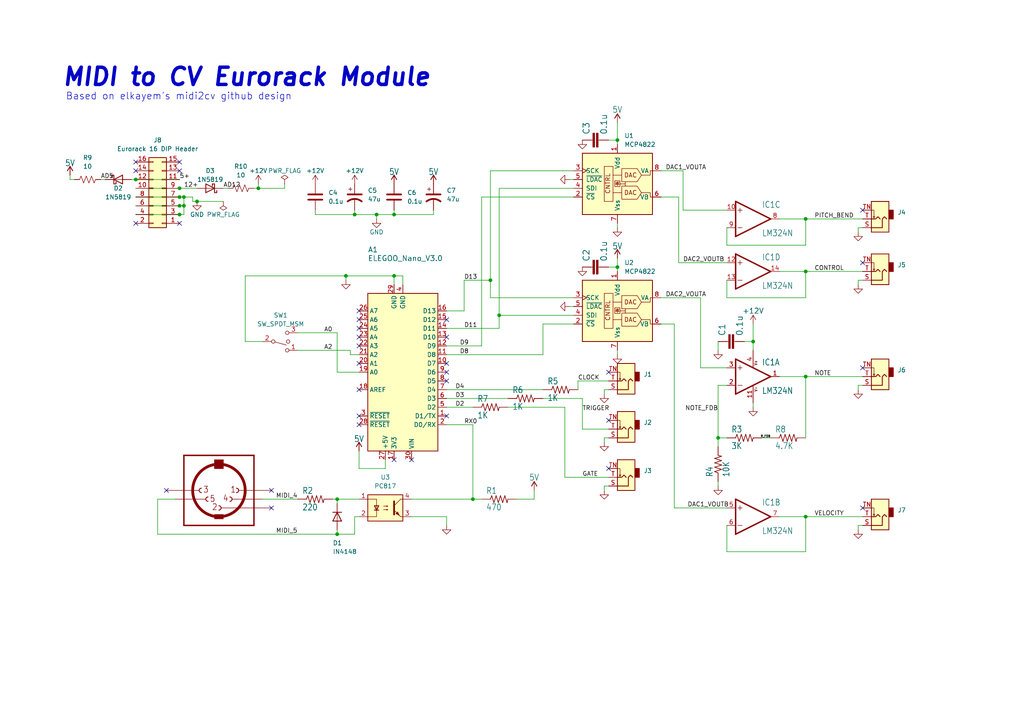
<source format=kicad_sch>
(kicad_sch (version 20230121) (generator eeschema)
  (paper "A4")
  (title_block (title "MIDI to CV Eurorack Module") (date "2022-10-07") (rev "0.2") (company "Joshua Turnipseed"))
  (lib_symbols
    (symbol "Analog_DAC:MCP4822" (pin_names (offset 1.016))
      (property "Reference" "U" (at -2.54 10.795 0))
      (property "Value" "MCP4822" (at -2.54 8.89 0))
      (symbol "MCP4822_0_0"
        (text "CNTRL" (at -2.032 -4.191 900) (effects (font (size 1.27 1.27)) (justify left bottom)))
        (text "DAC" (at 3.81 -3.81 0) (effects (font (size 1.27 1.27))))
        (text "DAC" (at 3.81 1.27 0) (effects (font (size 1.27 1.27))))
      )
      (symbol "MCP4822_1_1"
        (pin power_in line (at 0 10.16 270) (length 2.54) (name "Vdd") (number "1"))
        (pin input line (at -12.7 -5.08 0) (length 2.54) (name "~{CS}") (number "2"))
        (pin input clock (at -12.7 2.54 0) (length 2.54) (name "SCK") (number "3"))
        (pin input line (at -12.7 -2.54 0) (length 2.54) (name "SDI") (number "4"))
        (pin input line (at -12.7 0 0) (length 2.54) (name "~{LDAC}") (number "5"))
        (pin output line (at 12.7 -5.08 180) (length 2.54) (name "VB") (number "6"))
        (pin power_in line (at 0 -12.7 90) (length 2.54) (name "Vss") (number "7"))
        (pin output line (at 12.7 2.54 180) (length 2.54) (name "VA") (number "8"))
      )
    )
    (symbol "Connector:AudioJack2_SwitchT"
      (property "Reference" "J" (at 0 8.89 0))
      (property "Value" "AudioJack2_SwitchT" (at 0 6.35 0))
      (symbol "AudioJack2_SwitchT_1_1"
        (pin passive line (at 5.08 2.54 180) (length 2.54) (name "~") (number "S"))
        (pin passive line (at 5.08 0 180) (length 2.54) (name "~") (number "T"))
        (pin passive line (at 5.08 -2.54 180) (length 2.54) (name "~") (number "TN"))
      )
    )
    (symbol "Connector_Generic:Conn_02x08_Odd_Even" (pin_names (offset 1.016) hide)
      (property "Reference" "J" (at 1.27 10.16 0))
      (property "Value" "Conn_02x08_Odd_Even" (at 1.27 -12.7 0))
      (symbol "Conn_02x08_Odd_Even_1_1"
        (pin passive line (at -5.08 7.62 0) (length 3.81) (name "Pin_1") (number "1"))
        (pin passive line (at 7.62 -2.54 180) (length 3.81) (name "Pin_10") (number "10"))
        (pin passive line (at -5.08 -5.08 0) (length 3.81) (name "Pin_11") (number "11"))
        (pin passive line (at 7.62 -5.08 180) (length 3.81) (name "Pin_12") (number "12"))
        (pin passive line (at -5.08 -7.62 0) (length 3.81) (name "Pin_13") (number "13"))
        (pin passive line (at 7.62 -7.62 180) (length 3.81) (name "Pin_14") (number "14"))
        (pin passive line (at -5.08 -10.16 0) (length 3.81) (name "Pin_15") (number "15"))
        (pin passive line (at 7.62 -10.16 180) (length 3.81) (name "Pin_16") (number "16"))
        (pin passive line (at 7.62 7.62 180) (length 3.81) (name "Pin_2") (number "2"))
        (pin passive line (at -5.08 5.08 0) (length 3.81) (name "Pin_3") (number "3"))
        (pin passive line (at 7.62 5.08 180) (length 3.81) (name "Pin_4") (number "4"))
        (pin passive line (at -5.08 2.54 0) (length 3.81) (name "Pin_5") (number "5"))
        (pin passive line (at 7.62 2.54 180) (length 3.81) (name "Pin_6") (number "6"))
        (pin passive line (at -5.08 0 0) (length 3.81) (name "Pin_7") (number "7"))
        (pin passive line (at 7.62 0 180) (length 3.81) (name "Pin_8") (number "8"))
        (pin passive line (at -5.08 -2.54 0) (length 3.81) (name "Pin_9") (number "9"))
      )
    )
    (symbol "Device:C" (pin_numbers hide) (pin_names (offset 0.254))
      (property "Reference" "C" (at 0.635 2.54 0))
      (property "Value" "C" (at 0.635 -2.54 0))
      (symbol "C_1_1"
        (pin passive line (at 0 3.81 270) (length 2.794) (name "~") (number "1"))
        (pin passive line (at 0 -3.81 90) (length 2.794) (name "~") (number "2"))
      )
    )
    (symbol "Device:C_Polarized_US" (pin_numbers hide) (pin_names (offset 0.254) hide)
      (property "Reference" "C" (at 0.635 2.54 0))
      (property "Value" "C_Polarized_US" (at 0.635 -2.54 0))
      (symbol "C_Polarized_US_1_1"
        (pin passive line (at 0 3.81 270) (length 2.794) (name "~") (number "1"))
        (pin passive line (at 0 -3.81 90) (length 3.302) (name "~") (number "2"))
      )
    )
    (symbol "Device:D" (pin_numbers hide) (pin_names (offset 1.016) hide)
      (property "Reference" "D" (at 0 2.54 0))
      (property "Value" "D" (at 0 -2.54 0))
      (symbol "D_1_1"
        (pin passive line (at -3.81 0 0) (length 2.54) (name "K") (number "1"))
        (pin passive line (at 3.81 0 180) (length 2.54) (name "A") (number "2"))
      )
    )
    (symbol "Device:R_US" (pin_numbers hide) (pin_names (offset 0))
      (property "Reference" "R" (at 2.54 0 90))
      (property "Value" "R_US" (at -2.54 0 90))
      (symbol "R_US_1_1"
        (pin passive line (at 0 3.81 270) (length 1.27) (name "~") (number "1"))
        (pin passive line (at 0 -3.81 90) (length 1.27) (name "~") (number "2"))
      )
    )
    (symbol "Diode:1N5819" (pin_numbers hide) (pin_names (offset 1.016) hide)
      (property "Reference" "D" (at 0 2.54 0))
      (property "Value" "1N5819" (at 0 -2.54 0))
      (symbol "1N5819_1_1"
        (pin passive line (at -3.81 0 0) (length 2.54) (name "K") (number "1"))
        (pin passive line (at 3.81 0 180) (length 2.54) (name "A") (number "2"))
      )
    )
    (symbol "Isolator:PC817" (pin_names (offset 1.016))
      (property "Reference" "U" (at -5.08 5.08 0))
      (property "Value" "PC817" (at 0 5.08 0))
      (symbol "PC817_1_1"
        (pin passive line (at -7.62 2.54 0) (length 2.54) (name "~") (number "1"))
        (pin passive line (at -7.62 -2.54 0) (length 2.54) (name "~") (number "2"))
        (pin passive line (at 7.62 -2.54 180) (length 2.54) (name "~") (number "3"))
        (pin passive line (at 7.62 2.54 180) (length 2.54) (name "~") (number "4"))
      )
    )
    (symbol "MCU_Module:Arduino_Nano_v2.x"
      (property "Reference" "A" (at -10.16 23.495 0))
      (property "Value" "Arduino_Nano_v2.x" (at 5.08 -24.13 0))
      (symbol "Arduino_Nano_v2.x_1_1"
        (pin bidirectional line (at -12.7 12.7 0) (length 2.54) (name "D1/TX") (number "1"))
        (pin bidirectional line (at -12.7 -2.54 0) (length 2.54) (name "D7") (number "10"))
        (pin bidirectional line (at -12.7 -5.08 0) (length 2.54) (name "D8") (number "11"))
        (pin bidirectional line (at -12.7 -7.62 0) (length 2.54) (name "D9") (number "12"))
        (pin bidirectional line (at -12.7 -10.16 0) (length 2.54) (name "D10") (number "13"))
        (pin bidirectional line (at -12.7 -12.7 0) (length 2.54) (name "D11") (number "14"))
        (pin bidirectional line (at -12.7 -15.24 0) (length 2.54) (name "D12") (number "15"))
        (pin bidirectional line (at -12.7 -17.78 0) (length 2.54) (name "D13") (number "16"))
        (pin power_out line (at 2.54 25.4 270) (length 2.54) (name "3V3") (number "17"))
        (pin input line (at 12.7 5.08 180) (length 2.54) (name "AREF") (number "18"))
        (pin bidirectional line (at 12.7 0 180) (length 2.54) (name "A0") (number "19"))
        (pin bidirectional line (at -12.7 15.24 0) (length 2.54) (name "D0/RX") (number "2"))
        (pin bidirectional line (at 12.7 -2.54 180) (length 2.54) (name "A1") (number "20"))
        (pin bidirectional line (at 12.7 -5.08 180) (length 2.54) (name "A2") (number "21"))
        (pin bidirectional line (at 12.7 -7.62 180) (length 2.54) (name "A3") (number "22"))
        (pin bidirectional line (at 12.7 -10.16 180) (length 2.54) (name "A4") (number "23"))
        (pin bidirectional line (at 12.7 -12.7 180) (length 2.54) (name "A5") (number "24"))
        (pin bidirectional line (at 12.7 -15.24 180) (length 2.54) (name "A6") (number "25"))
        (pin bidirectional line (at 12.7 -17.78 180) (length 2.54) (name "A7") (number "26"))
        (pin power_out line (at 5.08 25.4 270) (length 2.54) (name "+5V") (number "27"))
        (pin input line (at 12.7 15.24 180) (length 2.54) (name "~{RESET}") (number "28"))
        (pin power_in line (at 2.54 -25.4 90) (length 2.54) (name "GND") (number "29"))
        (pin input line (at 12.7 12.7 180) (length 2.54) (name "~{RESET}") (number "3"))
        (pin power_in line (at -2.54 25.4 270) (length 2.54) (name "VIN") (number "30"))
        (pin power_in line (at 0 -25.4 90) (length 2.54) (name "GND") (number "4"))
        (pin bidirectional line (at -12.7 10.16 0) (length 2.54) (name "D2") (number "5"))
        (pin bidirectional line (at -12.7 7.62 0) (length 2.54) (name "D3") (number "6"))
        (pin bidirectional line (at -12.7 5.08 0) (length 2.54) (name "D4") (number "7"))
        (pin bidirectional line (at -12.7 2.54 0) (length 2.54) (name "D5") (number "8"))
        (pin bidirectional line (at -12.7 0 0) (length 2.54) (name "D6") (number "9"))
      )
    )
    (symbol "Midi2cv-eagle-import:0.1UF-KIT-EZ-50V-20%"
      (property "Reference" "C" (at 1.524 2.921 0))
      (property "Value" "0.1UF-KIT-EZ-50V-20%" (at 1.524 -2.159 0))
      (symbol "0.1UF-KIT-EZ-50V-20%_1_0"
        (pin passive line (at 0 5.08 270) (length 2.54) (name "1") (number "1"))
        (pin passive line (at 0 -2.54 90) (length 2.54) (name "2") (number "2"))
      )
    )
    (symbol "Midi2cv-eagle-import:5V" (power)
      (property "Value" "5V" (at 0 2.794 0))
      (symbol "5V_1_0"
        (pin power_in line (at 0 0 90) (length 2.54) (name "5V") (number "1"))
      )
    )
    (symbol "Midi2cv-eagle-import:LM324N"
      (symbol "LM324N_1_0"
        (pin output line (at 7.62 0 180) (length 2.54) (name "OUT") (number "1"))
        (pin input line (at -7.62 -2.54 0) (length 2.54) (name "-IN") (number "2"))
        (pin input line (at -7.62 2.54 0) (length 2.54) (name "+IN") (number "3"))
      )
      (symbol "LM324N_2_0"
        (pin input line (at -7.62 2.54 0) (length 2.54) (name "+IN") (number "5"))
        (pin input line (at -7.62 -2.54 0) (length 2.54) (name "-IN") (number "6"))
        (pin output line (at 7.62 0 180) (length 2.54) (name "OUT") (number "7"))
      )
      (symbol "LM324N_3_0"
        (pin input line (at -7.62 2.54 0) (length 2.54) (name "+IN") (number "10"))
        (pin output line (at 7.62 0 180) (length 2.54) (name "OUT") (number "8"))
        (pin input line (at -7.62 -2.54 0) (length 2.54) (name "-IN") (number "9"))
      )
      (symbol "LM324N_4_0"
        (pin input line (at -7.62 2.54 0) (length 2.54) (name "+IN") (number "12"))
        (pin input line (at -7.62 -2.54 0) (length 2.54) (name "-IN") (number "13"))
        (pin output line (at 7.62 0 180) (length 2.54) (name "OUT") (number "14"))
      )
      (symbol "LM324N_5_0"
        (text "V+" (at 1.27 3.175 900) (effects (font (size 0.8128 0.6908)) (justify left bottom)))
        (text "V-" (at 1.27 -4.445 900) (effects (font (size 0.8128 0.6908)) (justify left bottom)))
        (pin power_in line (at 0 -7.62 90) (length 5.08) (name "V-") (number "11"))
        (pin power_in line (at 0 7.62 270) (length 5.08) (name "V+") (number "4"))
      )
    )
    (symbol "Midi2cv-eagle-import:MIDIJACK"
      (symbol "MIDIJACK_1_0"
        (pin passive line (at 0 0 0) (length 5.08) (name "MT") (number "PE"))
      )
      (symbol "MIDIJACK_2_0"
        (pin passive line (at 0 0 0) (length 5.08) (name "MT") (number "PE@"))
      )
      (symbol "MIDIJACK_3_0"
        (text "1" (at 3.302 -0.762 0) (effects (font (size 1.778 1.5113)) (justify left bottom)))
        (text "2" (at -2.032 -5.842 0) (effects (font (size 1.778 1.5113)) (justify left bottom)))
        (text "3" (at -4.572 -0.762 0) (effects (font (size 1.778 1.5113)) (justify left bottom)))
        (text "4" (at 1.143 -3.302 0) (effects (font (size 1.778 1.5113)) (justify left bottom)))
        (text "5" (at -2.667 -3.429 0) (effects (font (size 1.778 1.5113)) (justify left bottom)))
        (pin passive line (at 15.24 0 180) (length 7.62) (name "1") (number "1"))
        (pin passive line (at 15.24 -5.08 180) (length 7.62) (name "2") (number "2"))
        (pin passive line (at -15.24 0 0) (length 7.62) (name "3") (number "3"))
        (pin passive line (at 12.7 -2.54 180) (length 7.62) (name "4") (number "4"))
        (pin passive line (at -12.7 -2.54 0) (length 7.62) (name "5") (number "5"))
      )
      (symbol "MIDIJACK_4_0"
        (pin passive line (at 0 0 0) (length 5.08) (name "MT") (number "PE1"))
      )
      (symbol "MIDIJACK_5_0"
        (pin passive line (at 0 0 0) (length 5.08) (name "MT") (number "PE2"))
      )
    )
    (symbol "Midi2cv-eagle-import:R-US_0207{slash}10"
      (property "Reference" "R" (at -3.81 1.4986 0))
      (property "Value" "R-US_0207{slash}10" (at -3.81 -3.302 0))
      (symbol "R-US_0207{slash}10_1_0"
        (pin passive line (at -5.08 0 0) (length 2.54) (name "1") (number "1"))
        (pin passive line (at 5.08 0 180) (length 2.54) (name "2") (number "2"))
      )
    )
    (symbol "Switch:SW_SPDT_MSM" (pin_names (offset 0) hide)
      (property "Reference" "SW" (at 0 5.08 0))
      (property "Value" "SW_SPDT_MSM" (at 0 -5.08 0))
      (symbol "SW_SPDT_MSM_1_1"
        (pin passive line (at 5.08 2.54 180) (length 2.54) (name "1") (number "1"))
        (pin passive line (at -5.08 0 0) (length 2.54) (name "2") (number "2"))
        (pin passive line (at 5.08 -2.54 180) (length 2.54) (name "3") (number "3"))
      )
    )
    (symbol "power:+12V" (power) (pin_names (offset 0))
      (property "Value" "+12V" (at 0 3.556 0))
      (symbol "+12V_1_1"
        (pin power_in line (at 0 0 90) (length 0) hide (name "+12V") (number "1"))
      )
    )
    (symbol "power:GND" (power) (pin_names (offset 0))
      (property "Value" "GND" (at 0 -3.81 0))
      (symbol "GND_1_1"
        (pin power_in line (at 0 0 270) (length 0) hide (name "GND") (number "1"))
      )
    )
    (symbol "power:PWR_FLAG" (power) (pin_numbers hide) (pin_names (offset 0) hide)
      (property "Value" "PWR_FLAG" (at 0 3.81 0))
      (symbol "PWR_FLAG_0_0"
        (pin power_out line (at 0 0 90) (length 0) (name "pwr") (number "1"))
      )
    )
  )
  (junction (at 52.07 57.15))
  (junction (at 179.07 40.64))
  (junction (at 233.68 63.5))
  (junction (at 114.3 80.01))
  (junction (at 97.79 144.78))
  (junction (at 74.93 54.61))
  (junction (at 57.15 58.42))
  (junction (at 218.44 99.06))
  (junction (at 233.68 149.86))
  (junction (at 144.78 91.44))
  (junction (at 208.28 127))
  (junction (at 233.68 78.74))
  (junction (at 39.37 52.07))
  (junction (at 109.22 62.23))
  (junction (at 179.07 77.47))
  (junction (at 102.87 62.23))
  (junction (at 142.24 81.28))
  (junction (at 53.34 59.69))
  (junction (at 53.34 57.15))
  (junction (at 52.07 59.69))
  (junction (at 52.07 62.23))
  (junction (at 114.3 62.23))
  (junction (at 97.79 154.94))
  (junction (at 233.68 109.22))
  (junction (at 137.16 144.78))
  (junction (at 52.07 54.61))
  (junction (at 100.33 80.01))
  (no_connect (at 104.14 105.41))
  (no_connect (at 78.74 147.32))
  (no_connect (at 129.54 97.79))
  (no_connect (at 52.07 46.99))
  (no_connect (at 129.54 107.95))
  (no_connect (at 129.54 92.71))
  (no_connect (at 104.14 95.25))
  (no_connect (at 104.14 120.65))
  (no_connect (at 104.14 100.33))
  (no_connect (at 129.54 110.49))
  (no_connect (at 104.14 90.17))
  (no_connect (at 250.19 60.96))
  (no_connect (at 119.38 133.35))
  (no_connect (at 39.37 64.77))
  (no_connect (at 52.07 64.77))
  (no_connect (at 129.54 120.65))
  (no_connect (at 78.74 142.24))
  (no_connect (at 250.19 106.68))
  (no_connect (at 250.19 76.2))
  (no_connect (at 176.53 135.89))
  (no_connect (at 176.53 107.95))
  (no_connect (at 176.53 121.92))
  (no_connect (at 250.19 147.32))
  (no_connect (at 104.14 97.79))
  (no_connect (at 129.54 105.41))
  (no_connect (at 104.14 123.19))
  (no_connect (at 52.07 49.53))
  (no_connect (at 104.14 92.71))
  (no_connect (at 104.14 113.03))
  (no_connect (at 48.26 142.24))
  (no_connect (at 39.37 49.53))
  (no_connect (at 114.3 133.35))
  (no_connect (at 39.37 46.99))
  (wire (pts (xy 104.14 135.89) (xy 111.76 135.89)))
  (wire (pts (xy 139.7 57.15) (xy 139.7 100.33)))
  (wire (pts (xy 208.28 99.06) (xy 208.28 101.6)))
  (wire (pts (xy 139.7 144.78) (xy 137.16 144.78)))
  (wire (pts (xy 142.24 49.53) (xy 166.37 49.53)))
  (wire (pts (xy 20.32 52.07) (xy 21.59 52.07)))
  (wire (pts (xy 104.14 130.81) (xy 104.14 135.89)))
  (wire (pts (xy 71.12 99.06) (xy 76.2 99.06)))
  (wire (pts (xy 20.32 50.8) (xy 20.32 52.07)))
  (wire (pts (xy 179.07 64.77) (xy 179.07 66.04)))
  (wire (pts (xy 220.98 127) (xy 223.52 127)))
  (wire (pts (xy 91.44 62.23) (xy 102.87 62.23)))
  (wire (pts (xy 74.93 53.34) (xy 74.93 54.61)))
  (wire (pts (xy 218.44 99.06) (xy 218.44 101.6)))
  (wire (pts (xy 226.06 149.86) (xy 233.68 149.86)))
  (wire (pts (xy 55.88 57.15) (xy 55.88 58.42)))
  (wire (pts (xy 195.58 93.98) (xy 195.58 147.32)))
  (wire (pts (xy 210.82 71.12) (xy 210.82 66.04)))
  (wire (pts (xy 248.92 81.28) (xy 250.19 81.28)))
  (wire (pts (xy 179.07 74.93) (xy 179.07 77.47)))
  (wire (pts (xy 208.28 129.54) (xy 208.28 127)))
  (wire (pts (xy 86.36 101.6) (xy 101.6 101.6)))
  (wire (pts (xy 55.88 58.42) (xy 57.15 58.42)))
  (wire (pts (xy 82.55 53.34) (xy 82.55 54.61)))
  (wire (pts (xy 218.44 93.98) (xy 218.44 99.06)))
  (wire (pts (xy 248.92 113.03) (xy 248.92 111.76)))
  (wire (pts (xy 109.22 62.23) (xy 102.87 62.23)))
  (wire (pts (xy 125.73 62.23) (xy 114.3 62.23)))
  (wire (pts (xy 149.86 144.78) (xy 154.94 144.78)))
  (wire (pts (xy 104.14 149.86) (xy 102.87 149.86)))
  (wire (pts (xy 163.83 118.11) (xy 163.83 138.43)))
  (wire (pts (xy 97.79 144.78) (xy 97.79 146.05)))
  (wire (pts (xy 129.54 123.19) (xy 137.16 123.19)))
  (wire (pts (xy 248.92 66.04) (xy 250.19 66.04)))
  (wire (pts (xy 210.82 111.76) (xy 208.28 111.76)))
  (wire (pts (xy 71.12 80.01) (xy 100.33 80.01)))
  (wire (pts (xy 157.48 93.98) (xy 166.37 93.98)))
  (wire (pts (xy 38.1 52.07) (xy 39.37 52.07)))
  (wire (pts (xy 203.2 86.36) (xy 203.2 106.68)))
  (wire (pts (xy 248.92 111.76) (xy 250.19 111.76)))
  (wire (pts (xy 102.87 149.86) (xy 102.87 154.94)))
  (wire (pts (xy 144.78 54.61) (xy 144.78 91.44)))
  (wire (pts (xy 166.37 54.61) (xy 144.78 54.61)))
  (wire (pts (xy 175.26 114.3) (xy 175.26 113.03)))
  (wire (pts (xy 248.92 67.31) (xy 248.92 66.04)))
  (wire (pts (xy 97.79 107.95) (xy 104.14 107.95)))
  (wire (pts (xy 125.73 60.96) (xy 125.73 62.23)))
  (wire (pts (xy 198.12 60.96) (xy 198.12 49.53)))
  (wire (pts (xy 91.44 60.96) (xy 91.44 62.23)))
  (wire (pts (xy 167.64 110.49) (xy 176.53 110.49)))
  (wire (pts (xy 175.26 140.97) (xy 176.53 140.97)))
  (wire (pts (xy 196.85 57.15) (xy 196.85 76.2)))
  (wire (pts (xy 116.84 82.55) (xy 116.84 80.01)))
  (wire (pts (xy 191.77 93.98) (xy 195.58 93.98)))
  (wire (pts (xy 134.62 81.28) (xy 134.62 90.17)))
  (wire (pts (xy 45.72 154.94) (xy 97.79 154.94)))
  (wire (pts (xy 248.92 152.4) (xy 250.19 152.4)))
  (wire (pts (xy 39.37 62.23) (xy 52.07 62.23)))
  (wire (pts (xy 111.76 133.35) (xy 111.76 135.89)))
  (wire (pts (xy 109.22 62.23) (xy 109.22 63.5)))
  (wire (pts (xy 142.24 86.36) (xy 142.24 81.28)))
  (wire (pts (xy 176.53 40.64) (xy 179.07 40.64)))
  (wire (pts (xy 142.24 81.28) (xy 142.24 49.53)))
  (wire (pts (xy 210.82 60.96) (xy 198.12 60.96)))
  (wire (pts (xy 226.06 63.5) (xy 233.68 63.5)))
  (wire (pts (xy 233.68 78.74) (xy 250.19 78.74)))
  (wire (pts (xy 114.3 80.01) (xy 116.84 80.01)))
  (wire (pts (xy 119.38 149.86) (xy 129.54 149.86)))
  (wire (pts (xy 71.12 80.01) (xy 71.12 99.06)))
  (wire (pts (xy 196.85 76.2) (xy 210.82 76.2)))
  (wire (pts (xy 175.26 128.27) (xy 175.26 127)))
  (wire (pts (xy 74.93 54.61) (xy 82.55 54.61)))
  (wire (pts (xy 233.68 127) (xy 233.68 109.22)))
  (wire (pts (xy 191.77 86.36) (xy 203.2 86.36)))
  (wire (pts (xy 176.53 77.47) (xy 179.07 77.47)))
  (wire (pts (xy 52.07 62.23) (xy 53.34 62.23)))
  (wire (pts (xy 248.92 153.67) (xy 248.92 152.4)))
  (wire (pts (xy 233.68 63.5) (xy 233.68 71.12)))
  (wire (pts (xy 101.6 102.87) (xy 104.14 102.87)))
  (wire (pts (xy 203.2 106.68) (xy 210.82 106.68)))
  (wire (pts (xy 129.54 102.87) (xy 157.48 102.87)))
  (wire (pts (xy 114.3 62.23) (xy 109.22 62.23)))
  (wire (pts (xy 168.91 124.46) (xy 176.53 124.46)))
  (wire (pts (xy 119.38 144.78) (xy 137.16 144.78)))
  (wire (pts (xy 129.54 113.03) (xy 157.48 113.03)))
  (wire (pts (xy 52.07 57.15) (xy 53.34 57.15)))
  (wire (pts (xy 167.64 110.49) (xy 167.64 113.03)))
  (wire (pts (xy 39.37 57.15) (xy 52.07 57.15)))
  (wire (pts (xy 179.07 35.56) (xy 179.07 40.64)))
  (wire (pts (xy 175.26 142.24) (xy 175.26 140.97)))
  (wire (pts (xy 100.33 81.28) (xy 100.33 80.01)))
  (wire (pts (xy 97.79 96.52) (xy 97.79 107.95)))
  (wire (pts (xy 226.06 109.22) (xy 233.68 109.22)))
  (wire (pts (xy 96.52 144.78) (xy 97.79 144.78)))
  (wire (pts (xy 52.07 59.69) (xy 53.34 59.69)))
  (wire (pts (xy 226.06 78.74) (xy 233.68 78.74)))
  (wire (pts (xy 52.07 54.61) (xy 57.15 54.61)))
  (wire (pts (xy 129.54 118.11) (xy 137.16 118.11)))
  (wire (pts (xy 210.82 86.36) (xy 210.82 81.28)))
  (wire (pts (xy 179.07 101.6) (xy 179.07 102.87)))
  (wire (pts (xy 97.79 144.78) (xy 104.14 144.78)))
  (wire (pts (xy 166.37 86.36) (xy 142.24 86.36)))
  (wire (pts (xy 86.36 96.52) (xy 97.79 96.52)))
  (wire (pts (xy 165.1 88.9) (xy 166.37 88.9)))
  (wire (pts (xy 175.26 113.03) (xy 176.53 113.03)))
  (wire (pts (xy 233.68 63.5) (xy 250.19 63.5)))
  (wire (pts (xy 142.24 81.28) (xy 134.62 81.28)))
  (wire (pts (xy 208.28 111.76) (xy 208.28 127)))
  (wire (pts (xy 157.48 115.57) (xy 168.91 115.57)))
  (wire (pts (xy 208.28 127) (xy 210.82 127)))
  (wire (pts (xy 233.68 149.86) (xy 250.19 149.86)))
  (wire (pts (xy 139.7 57.15) (xy 166.37 57.15)))
  (wire (pts (xy 97.79 154.94) (xy 102.87 154.94)))
  (wire (pts (xy 208.28 139.7) (xy 208.28 140.97)))
  (wire (pts (xy 114.3 80.01) (xy 114.3 82.55)))
  (wire (pts (xy 191.77 49.53) (xy 198.12 49.53)))
  (wire (pts (xy 129.54 115.57) (xy 147.32 115.57)))
  (wire (pts (xy 53.34 57.15) (xy 55.88 57.15)))
  (wire (pts (xy 165.1 52.07) (xy 166.37 52.07)))
  (wire (pts (xy 233.68 71.12) (xy 210.82 71.12)))
  (wire (pts (xy 102.87 60.96) (xy 102.87 62.23)))
  (wire (pts (xy 129.54 149.86) (xy 129.54 152.4)))
  (wire (pts (xy 179.07 40.64) (xy 179.07 41.91)))
  (wire (pts (xy 39.37 59.69) (xy 52.07 59.69)))
  (wire (pts (xy 179.07 77.47) (xy 179.07 78.74)))
  (wire (pts (xy 76.2 144.78) (xy 86.36 144.78)))
  (wire (pts (xy 175.26 127) (xy 176.53 127)))
  (wire (pts (xy 215.9 99.06) (xy 218.44 99.06)))
  (wire (pts (xy 129.54 95.25) (xy 144.78 95.25)))
  (wire (pts (xy 233.68 160.02) (xy 210.82 160.02)))
  (wire (pts (xy 57.15 58.42) (xy 64.77 58.42)))
  (wire (pts (xy 233.68 109.22) (xy 250.19 109.22)))
  (wire (pts (xy 50.8 144.78) (xy 45.72 144.78)))
  (wire (pts (xy 129.54 90.17) (xy 134.62 90.17)))
  (wire (pts (xy 144.78 95.25) (xy 144.78 91.44)))
  (wire (pts (xy 248.92 82.55) (xy 248.92 81.28)))
  (wire (pts (xy 191.77 57.15) (xy 196.85 57.15)))
  (wire (pts (xy 137.16 123.19) (xy 137.16 144.78)))
  (wire (pts (xy 195.58 147.32) (xy 210.82 147.32)))
  (wire (pts (xy 210.82 160.02) (xy 210.82 152.4)))
  (wire (pts (xy 29.21 52.07) (xy 30.48 52.07)))
  (wire (pts (xy 233.68 86.36) (xy 210.82 86.36)))
  (wire (pts (xy 101.6 101.6) (xy 101.6 102.87)))
  (wire (pts (xy 39.37 52.07) (xy 52.07 52.07)))
  (wire (pts (xy 129.54 100.33) (xy 139.7 100.33)))
  (wire (pts (xy 73.66 54.61) (xy 74.93 54.61)))
  (wire (pts (xy 100.33 80.01) (xy 114.3 80.01)))
  (wire (pts (xy 45.72 144.78) (xy 45.72 154.94)))
  (wire (pts (xy 154.94 144.78) (xy 154.94 142.24)))
  (wire (pts (xy 168.91 115.57) (xy 168.91 124.46)))
  (wire (pts (xy 53.34 62.23) (xy 53.34 59.69)))
  (wire (pts (xy 53.34 59.69) (xy 53.34 57.15)))
  (wire (pts (xy 144.78 91.44) (xy 166.37 91.44)))
  (wire (pts (xy 114.3 60.96) (xy 114.3 62.23)))
  (wire (pts (xy 218.44 116.84) (xy 218.44 118.11)))
  (wire (pts (xy 233.68 78.74) (xy 233.68 86.36)))
  (wire (pts (xy 97.79 153.67) (xy 97.79 154.94)))
  (wire (pts (xy 64.77 54.61) (xy 66.04 54.61)))
  (wire (pts (xy 157.48 102.87) (xy 157.48 93.98)))
  (wire (pts (xy 39.37 54.61) (xy 52.07 54.61)))
  (wire (pts (xy 147.32 118.11) (xy 163.83 118.11)))
  (wire (pts (xy 163.83 138.43) (xy 176.53 138.43)))
  (wire (pts (xy 233.68 149.86) (xy 233.68 160.02)))
  (text "Based on elkayem's midi2cv github design\n" (at 19.05 29.21 0) (effects (font (size 2 2)) (justify left bottom)))
  (text "MIDI to CV Eurorack Module" (at 17.78 25.4 0) (effects (font (size 5 5) (thickness 1) bold italic) (justify left bottom)))
  (label "RX0" (at 134.62 123.19 0) (effects (font (size 1.2446 1.2446))))
  (label "PITCH_BEND" (at 236.22 63.5 0) (effects (font (size 1.2446 1.2446))))
  (label "A0" (at 93.98 96.52 0) (effects (font (size 1.2446 1.2446))))
  (label "D13" (at 134.62 81.28 0) (effects (font (size 1.2446 1.2446))))
  (label "NOTE" (at 236.22 109.22 0) (effects (font (size 1.2446 1.2446))))
  (label "AD12" (at 64.77 54.61 0))
  (label "D3" (at 132.08 115.57 0) (effects (font (size 1.2446 1.2446))))
  (label "DAC1_VOUTA" (at 193.04 49.53 0))
  (label "GATE" (at 168.91 138.43 0) (effects (font (size 1.2446 1.2446))))
  (label "DAC1_VOUTB" (at 199.39 147.32 0))
  (label "AD5" (at 29.21 52.07 0))
  (label "NOTE_FDB" (at 208.28 119.38 180))
  (label "A2" (at 93.98 101.6 0) (effects (font (size 1.2446 1.2446))))
  (label "CONTROL" (at 236.22 78.74 0) (effects (font (size 1.2446 1.2446))))
  (label "D9" (at 133.35 100.33 0) (effects (font (size 1.2446 1.2446))))
  (label "D8" (at 133.35 102.87 0) (effects (font (size 1.2446 1.2446))))
  (label "D4" (at 132.08 113.03 0) (effects (font (size 1.2446 1.2446))))
  (label "R_FDB" (at 223.52 127 180) (effects (font (size 0.6 0.6))))
  (label "TRIGGER" (at 168.91 119.38 0) (effects (font (size 1.2446 1.2446))))
  (label "MIDI_5" (at 80.01 154.94 0))
  (label "D11" (at 134.62 95.25 0) (effects (font (size 1.2446 1.2446))))
  (label "DAC2_VOUTB" (at 198.12 76.2 0))
  (label "5+" (at 52.07 52.07 0))
  (label "CLOCK" (at 167.64 110.49 0) (effects (font (size 1.2446 1.2446))))
  (label "MIDI_4" (at 80.01 144.78 0))
  (label "DAC2_VOUTA" (at 193.04 86.36 0))
  (label "VELOCITY" (at 236.22 149.86 0) (effects (font (size 1.2446 1.2446))))
  (label "12+" (at 53.34 54.61 0))
  (label "D2" (at 132.08 118.11 0) (effects (font (size 1.2446 1.2446))))
  (symbol (lib_id "Connector:AudioJack2_SwitchT") (at 255.27 78.74 180) (unit 1)
    (property "Reference" "J5" (at 260.35 76.8349 0) (effects (justify right)))
    (property "Value" "Continuous Control" (effects hide))
    (property "Footprint" "Connector_Audio:Jack_3.5mm_QingPu_WQP-PJ398SM_Vertical_CircularHoles" (effects hide))
  )
  (symbol (lib_id "power:GND") (at 165.1 52.07 270) (unit 1)
    (property "Reference" "#PWR0106" (effects hide))
    (property "Value" "GND" (effects hide))
  )
  (symbol (lib_id "Connector:AudioJack2_SwitchT") (at 181.61 110.49 180) (unit 1)
    (property "Reference" "J1" (at 186.69 108.5849 0) (effects (justify right)))
    (property "Value" "Clock" (effects hide))
    (property "Footprint" "Connector_Audio:Jack_3.5mm_QingPu_WQP-PJ398SM_Vertical_CircularHoles" (effects hide))
  )
  (symbol (lib_id "Connector:AudioJack2_SwitchT") (at 255.27 149.86 180) (unit 1)
    (property "Reference" "J7" (at 260.35 147.9549 0) (effects (justify right)))
    (property "Value" "Velocity" (effects hide))
    (property "Footprint" "Connector_Audio:Jack_3.5mm_QingPu_WQP-PJ398SM_Vertical_CircularHoles" (effects hide))
  )
  (symbol (lib_id "Midi2cv-eagle-import:5V") (at 154.94 142.24 0) (unit 1)
    (property "Reference" "#SUPPLY01" (effects hide))
    (property "Value" "5V" (at 154.94 139.446 0) (effects (font (size 1.778 1.5113)) (justify bottom)))
    (property "Footprint" "Midi2cv:" (effects hide))
  )
  (symbol (lib_id "Midi2cv-eagle-import:LM324N") (at 218.44 109.22 0) (unit 1)
    (property "Reference" "IC1" (at 220.98 106.045 0) (effects (font (size 1.778 1.5113)) (justify left bottom)))
    (property "Value" "LM324N" (at 220.98 114.3 0) (effects (font (size 1.778 1.5113)) (justify left bottom)))
    (property "Footprint" "Package_DIP:DIP-14_W7.62mm" (effects hide))
  )
  (symbol (lib_id "power:GND") (at 175.26 142.24 0) (unit 1)
    (property "Reference" "#PWR09" (effects hide))
    (property "Value" "GND" (effects hide))
  )
  (symbol (lib_id "power:GND") (at 248.92 113.03 0) (unit 1)
    (property "Reference" "#PWR017" (effects hide))
    (property "Value" "GND" (effects hide))
  )
  (symbol (lib_id "Midi2cv-eagle-import:5V") (at 179.07 35.56 0) (unit 1)
    (property "Reference" "#SUPPLY03" (effects hide))
    (property "Value" "5V" (at 179.07 32.766 0) (effects (font (size 1.778 1.5113)) (justify bottom)))
    (property "Footprint" "Midi2cv:" (effects hide))
  )
  (symbol (lib_id "Switch:SW_SPDT_MSM") (at 81.28 99.06 0) (mirror x) (unit 1)
    (property "Reference" "SW1" (at 81.407 91.44 0))
    (property "Value" "SW_SPDT_MSM" (at 81.407 93.98 0))
    (property "Footprint" "Eurocad:SPDT toggle on-off-on" (effects hide))
  )
  (symbol (lib_id "Device:C_Polarized_US") (at 102.87 57.15 0) (unit 1)
    (property "Reference" "C5" (at 106.68 55.2449 0) (effects (justify left)))
    (property "Value" "47u" (at 106.68 57.7849 0) (effects (justify left)))
    (property "Footprint" "Capacitor_THT:CP_Radial_D4.0mm_P1.50mm" (effects hide))
  )
  (symbol (lib_id "MCU_Module:Arduino_Nano_v2.x") (at 116.84 107.95 180) (unit 1)
    (property "Reference" "A1" (at 106.68 72.39 0) (effects (font (size 1.5113 1.5113)) (justify right)))
    (property "Value" "ELEGOO_Nano_V3.0" (at 106.68 74.93 0) (effects (font (size 1.5113 1.5113)) (justify right)))
    (property "Footprint" "Module:Arduino_Nano" (effects hide))
    (property "Datasheet" "https://www.arduino.cc/en/uploads/Main/ArduinoNanoManual23.pdf" (effects hide))
  )
  (symbol (lib_id "Analog_DAC:MCP4822") (at 179.07 88.9 0) (unit 1)
    (property "Reference" "U2" (at 181.0894 76.2 0) (effects (justify left)))
    (property "Value" "MCP4822" (at 181.0894 78.74 0) (effects (justify left)))
    (property "Footprint" "Package_DIP:DIP-8_W7.62mm" (effects hide))
    (property "Datasheet" "http://ww1.microchip.com/downloads/en/DeviceDoc/20002249B.pdf" (effects hide))
  )
  (symbol (lib_id "power:GND") (at 168.91 40.64 0) (unit 1)
    (property "Reference" "#PWR05" (effects hide))
    (property "Value" "GND" (effects hide))
  )
  (symbol (lib_id "power:GND") (at 208.28 140.97 0) (unit 1)
    (property "Reference" "#PWR0101" (effects hide))
    (property "Value" "GND" (effects hide))
  )
  (symbol (lib_id "Connector:AudioJack2_SwitchT") (at 181.61 138.43 180) (unit 1)
    (property "Reference" "J3" (at 186.69 136.5249 0) (effects (justify right)))
    (property "Value" "Gate" (effects hide))
    (property "Footprint" "Connector_Audio:Jack_3.5mm_QingPu_WQP-PJ398SM_Vertical_CircularHoles" (effects hide))
  )
  (symbol (lib_id "Midi2cv-eagle-import:LM324N") (at 218.44 109.22 0) (unit 5)
    (property "Reference" "IC1" (effects hide))
    (property "Value" "LM324N" (effects hide))
    (property "Footprint" "Package_DIP:DIP-14_W7.62mm" (effects hide))
  )
  (symbol (lib_id "power:GND") (at 175.26 114.3 0) (unit 1)
    (property "Reference" "#PWR07" (effects hide))
    (property "Value" "GND" (effects hide))
  )
  (symbol (lib_id "Diode:1N5819") (at 60.96 54.61 180) (unit 1)
    (property "Reference" "D3" (at 60.96 49.53 0))
    (property "Value" "1N5819" (at 60.96 52.07 0))
    (property "Footprint" "Diode_THT:D_DO-41_SOD81_P10.16mm_Horizontal" (effects hide))
    (property "Datasheet" "http://www.vishay.com/docs/88525/1n5817.pdf" (effects hide))
  )
  (symbol (lib_id "Midi2cv-eagle-import:0.1UF-KIT-EZ-50V-20%") (at 213.36 99.06 90) (unit 1)
    (property "Reference" "C1" (at 210.439 97.536 0) (effects (font (size 1.778 1.778)) (justify left bottom)))
    (property "Value" "0.1u" (at 215.519 97.536 0) (effects (font (size 1.778 1.778)) (justify left bottom)))
    (property "Footprint" "Capacitor_THT:C_Disc_D4.7mm_W2.5mm_P5.00mm" (effects hide))
  )
  (symbol (lib_id "power:GND") (at 248.92 67.31 0) (unit 1)
    (property "Reference" "#PWR015" (effects hide))
    (property "Value" "GND" (effects hide))
  )
  (symbol (lib_id "Midi2cv-eagle-import:5V") (at 104.14 130.81 0) (unit 1)
    (property "Reference" "#SUPPLY0101" (effects hide))
    (property "Value" "5V" (at 104.14 128.27 0) (effects (font (size 1.778 1.5113)) (justify bottom)))
    (property "Footprint" "Midi2cv:" (effects hide))
  )
  (symbol (lib_id "Device:C") (at 114.3 57.15 180) (unit 1)
    (property "Reference" "C6" (at 118.11 55.8799 0) (effects (justify right)))
    (property "Value" "0.1u" (at 118.11 58.4199 0) (effects (justify right)))
    (property "Footprint" "Capacitor_THT:C_Disc_D4.7mm_W2.5mm_P5.00mm" (effects hide))
  )
  (symbol (lib_id "Device:C_Polarized_US") (at 125.73 57.15 0) (unit 1)
    (property "Reference" "C7" (at 129.54 55.2449 0) (effects (justify left)))
    (property "Value" "47u" (at 129.54 57.7849 0) (effects (justify left)))
    (property "Footprint" "Capacitor_THT:CP_Radial_D4.0mm_P1.50mm" (effects hide))
  )
  (symbol (lib_id "Device:R_US") (at 69.85 54.61 270) (unit 1)
    (property "Reference" "R10" (at 69.85 48.26 90))
    (property "Value" "10" (at 69.85 50.8 90))
    (property "Footprint" "Resistor_THT:R_Axial_DIN0207_L6.3mm_D2.5mm_P7.62mm_Horizontal" (effects hide))
  )
  (symbol (lib_id "Midi2cv-eagle-import:0.1UF-KIT-EZ-50V-20%") (at 173.99 77.47 90) (unit 1)
    (property "Reference" "C2" (at 171.069 75.946 0) (effects (font (size 1.778 1.778)) (justify left bottom)))
    (property "Value" "0.1u" (at 176.149 75.946 0) (effects (font (size 1.778 1.778)) (justify left bottom)))
    (property "Footprint" "Capacitor_THT:C_Disc_D4.7mm_W2.5mm_P5.00mm" (effects hide))
  )
  (symbol (lib_id "power:+12V") (at 218.44 93.98 0) (unit 1)
    (property "Reference" "#PWR014" (effects hide))
    (property "Value" "+12V" (at 218.44 90.17 0) (effects (font (size 1.5113 1.5113))))
  )
  (symbol (lib_id "Midi2cv-eagle-import:R-US_0207{slash}10") (at 91.44 144.78 0) (unit 1)
    (property "Reference" "R2" (at 87.63 143.2814 0) (effects (font (size 1.778 1.5113)) (justify left bottom)))
    (property "Value" "220" (at 87.63 148.082 0) (effects (font (size 1.778 1.5113)) (justify left bottom)))
    (property "Footprint" "Resistor_THT:R_Axial_DIN0207_L6.3mm_D2.5mm_P7.62mm_Horizontal" (effects hide))
  )
  (symbol (lib_id "Midi2cv-eagle-import:R-US_0207{slash}10") (at 144.78 144.78 0) (unit 1)
    (property "Reference" "R1" (at 140.97 143.2814 0) (effects (font (size 1.778 1.5113)) (justify left bottom)))
    (property "Value" "470" (at 140.97 148.082 0) (effects (font (size 1.778 1.5113)) (justify left bottom)))
    (property "Footprint" "Resistor_THT:R_Axial_DIN0207_L6.3mm_D2.5mm_P7.62mm_Horizontal" (effects hide))
  )
  (symbol (lib_id "power:PWR_FLAG") (at 64.77 58.42 180) (unit 1)
    (property "Reference" "#FLG01" (effects hide))
    (property "Value" "PWR_FLAG" (at 64.77 62.23 0))
  )
  (symbol (lib_id "power:GND") (at 57.15 58.42 0) (unit 1)
    (property "Reference" "#PWR02" (effects hide))
    (property "Value" "GND" (at 57.15 62.23 0))
  )
  (symbol (lib_id "Midi2cv-eagle-import:LM324N") (at 218.44 149.86 0) (unit 2)
    (property "Reference" "IC1" (at 220.98 146.685 0) (effects (font (size 1.778 1.5113)) (justify left bottom)))
    (property "Value" "LM324N" (at 220.98 154.94 0) (effects (font (size 1.778 1.5113)) (justify left bottom)))
    (property "Footprint" "Package_DIP:DIP-14_W7.62mm" (effects hide))
  )
  (symbol (lib_id "Midi2cv-eagle-import:MIDIJACK") (at 63.5 142.24 0) (unit 3)
    (property "Reference" "U$1" (effects hide))
    (property "Value" "MIDIJACK" (effects hide))
    (property "Footprint" "SD-50BV:CUI_SD-50BV" (effects hide))
  )
  (symbol (lib_id "Isolator:PC817") (at 111.76 147.32 0) (unit 1)
    (property "Reference" "U3" (at 111.76 138.43 0))
    (property "Value" "PC817" (at 111.76 140.97 0))
    (property "Footprint" "Package_DIP:DIP-4_W7.62mm" (effects hide))
    (property "Datasheet" "http://www.soselectronic.cz/a_info/resource/d/pc817.pdf" (effects hide))
  )
  (symbol (lib_id "power:+12V") (at 91.44 53.34 0) (unit 1)
    (property "Reference" "#PWR011" (effects hide))
    (property "Value" "+12V" (at 91.44 49.53 0))
  )
  (symbol (lib_id "Midi2cv-eagle-import:LM324N") (at 218.44 78.74 0) (unit 4)
    (property "Reference" "IC1" (at 220.98 75.565 0) (effects (font (size 1.778 1.5113)) (justify left bottom)))
    (property "Value" "LM324N" (at 220.98 83.82 0) (effects (font (size 1.778 1.5113)) (justify left bottom)))
    (property "Footprint" "Package_DIP:DIP-14_W7.62mm" (effects hide))
  )
  (symbol (lib_id "Connector:AudioJack2_SwitchT") (at 181.61 124.46 180) (unit 1)
    (property "Reference" "J2" (at 186.69 122.5549 0) (effects (justify right)))
    (property "Value" "Trigger" (effects hide))
    (property "Footprint" "Connector_Audio:Jack_3.5mm_QingPu_WQP-PJ398SM_Vertical_CircularHoles" (effects hide))
  )
  (symbol (lib_id "Connector:AudioJack2_SwitchT") (at 255.27 63.5 180) (unit 1)
    (property "Reference" "J4" (at 260.35 61.5949 0) (effects (justify right)))
    (property "Value" "Pitch Bend" (effects hide))
    (property "Footprint" "Connector_Audio:Jack_3.5mm_QingPu_WQP-PJ398SM_Vertical_CircularHoles" (effects hide))
  )
  (symbol (lib_id "Diode:1N5819") (at 34.29 52.07 0) (unit 1)
    (property "Reference" "D2" (at 34.29 54.61 0))
    (property "Value" "1N5819" (at 34.29 57.15 0))
    (property "Footprint" "Diode_THT:D_DO-41_SOD81_P10.16mm_Horizontal" (effects hide))
    (property "Datasheet" "http://www.vishay.com/docs/88525/1n5817.pdf" (effects hide))
  )
  (symbol (lib_id "power:GND") (at 168.91 77.47 0) (unit 1)
    (property "Reference" "#PWR06" (effects hide))
    (property "Value" "GND" (effects hide))
  )
  (symbol (lib_id "power:GND") (at 100.33 81.28 0) (unit 1)
    (property "Reference" "#PWR03" (effects hide))
    (property "Value" "GND" (effects hide))
  )
  (symbol (lib_id "Connector:AudioJack2_SwitchT") (at 255.27 109.22 180) (unit 1)
    (property "Reference" "J6" (at 260.35 107.3149 0) (effects (justify right)))
    (property "Value" "Note" (effects hide))
    (property "Footprint" "Connector_Audio:Jack_3.5mm_QingPu_WQP-PJ398SM_Vertical_CircularHoles" (effects hide))
  )
  (symbol (lib_id "power:GND") (at 129.54 152.4 0) (unit 1)
    (property "Reference" "#PWR04" (effects hide))
    (property "Value" "GND" (effects hide))
  )
  (symbol (lib_id "Midi2cv-eagle-import:R-US_0207{slash}10") (at 208.28 134.62 90) (unit 1)
    (property "Reference" "R4" (at 206.7814 138.43 0) (effects (font (size 1.778 1.5113)) (justify left bottom)))
    (property "Value" "10K" (at 211.582 138.43 0) (effects (font (size 1.778 1.5113)) (justify left bottom)))
    (property "Footprint" "Resistor_THT:R_Axial_DIN0207_L6.3mm_D2.5mm_P7.62mm_Horizontal" (effects hide))
  )
  (symbol (lib_id "Midi2cv-eagle-import:R-US_0207{slash}10") (at 162.56 113.03 0) (unit 1)
    (property "Reference" "R5" (at 158.75 111.5314 0) (effects (font (size 1.778 1.5113)) (justify left bottom)))
    (property "Value" "1K" (at 158.75 116.332 0) (effects (font (size 1.778 1.5113)) (justify left bottom)))
    (property "Footprint" "Resistor_THT:R_Axial_DIN0207_L6.3mm_D2.5mm_P7.62mm_Horizontal" (effects hide))
  )
  (symbol (lib_id "Midi2cv-eagle-import:5V") (at 20.32 50.8 0) (unit 1)
    (property "Reference" "#SUPPLY0102" (effects hide))
    (property "Value" "5V" (at 20.32 48.26 0) (effects (font (size 1.778 1.5113)) (justify bottom)))
    (property "Footprint" "Midi2cv:" (effects hide))
  )
  (symbol (lib_id "power:GND") (at 248.92 153.67 0) (unit 1)
    (property "Reference" "#PWR018" (effects hide))
    (property "Value" "GND" (effects hide))
  )
  (symbol (lib_id "Midi2cv-eagle-import:LM324N") (at 218.44 63.5 0) (unit 3)
    (property "Reference" "IC1" (at 220.98 60.325 0) (effects (font (size 1.778 1.5113)) (justify left bottom)))
    (property "Value" "LM324N" (at 220.98 68.58 0) (effects (font (size 1.778 1.5113)) (justify left bottom)))
    (property "Footprint" "Package_DIP:DIP-14_W7.62mm" (effects hide))
  )
  (symbol (lib_id "power:GND") (at 218.44 118.11 0) (unit 1)
    (property "Reference" "#PWR0103" (effects hide))
    (property "Value" "GND" (effects hide))
  )
  (symbol (lib_id "power:+12V") (at 74.93 53.34 0) (unit 1)
    (property "Reference" "#PWR010" (effects hide))
    (property "Value" "+12V" (at 74.93 49.53 0))
  )
  (symbol (lib_id "Device:D") (at 97.79 149.86 270) (unit 1)
    (property "Reference" "D1" (at 96.52 157.48 90) (effects (justify left)))
    (property "Value" "IN4148" (at 96.52 160.02 90) (effects (justify left)))
    (property "Footprint" "Diode_THT:D_DO-35_SOD27_P7.62mm_Horizontal" (effects hide))
  )
  (symbol (lib_id "Midi2cv-eagle-import:5V") (at 114.3 53.34 0) (unit 1)
    (property "Reference" "#SUPPLY0104" (effects hide))
    (property "Value" "5V" (at 114.3 50.8 0) (effects (font (size 1.778 1.5113)) (justify bottom)))
    (property "Footprint" "Midi2cv:" (effects hide))
  )
  (symbol (lib_id "Midi2cv-eagle-import:5V") (at 179.07 74.93 0) (unit 1)
    (property "Reference" "#SUPPLY02" (effects hide))
    (property "Value" "5V" (at 179.07 72.39 0) (effects (font (size 1.778 1.5113)) (justify bottom)))
    (property "Footprint" "Midi2cv:" (effects hide))
  )
  (symbol (lib_id "power:GND") (at 208.28 101.6 0) (unit 1)
    (property "Reference" "#PWR0102" (effects hide))
    (property "Value" "GND" (effects hide))
  )
  (symbol (lib_id "Midi2cv-eagle-import:R-US_0207{slash}10") (at 142.24 118.11 0) (unit 1)
    (property "Reference" "R7" (at 138.43 116.6114 0) (effects (font (size 1.778 1.5113)) (justify left bottom)))
    (property "Value" "1K" (at 138.43 121.412 0) (effects (font (size 1.778 1.5113)) (justify left bottom)))
    (property "Footprint" "Resistor_THT:R_Axial_DIN0207_L6.3mm_D2.5mm_P7.62mm_Horizontal" (effects hide))
  )
  (symbol (lib_id "power:GND") (at 179.07 102.87 0) (unit 1)
    (property "Reference" "#PWR0104" (effects hide))
    (property "Value" "GND" (effects hide))
  )
  (symbol (lib_id "power:GND") (at 109.22 63.5 0) (unit 1)
    (property "Reference" "#PWR013" (effects hide))
    (property "Value" "GND" (at 109.22 67.31 0))
  )
  (symbol (lib_id "Midi2cv-eagle-import:R-US_0207{slash}10") (at 215.9 127 0) (unit 1)
    (property "Reference" "R3" (at 212.09 125.5014 0) (effects (font (size 1.778 1.5113)) (justify left bottom)))
    (property "Value" "3K" (at 212.09 130.302 0) (effects (font (size 1.778 1.5113)) (justify left bottom)))
    (property "Footprint" "Resistor_THT:R_Axial_DIN0207_L6.3mm_D2.5mm_P7.62mm_Horizontal" (effects hide))
  )
  (symbol (lib_id "Device:C") (at 91.44 57.15 180) (unit 1)
    (property "Reference" "C4" (at 95.25 55.8799 0) (effects (justify right)))
    (property "Value" "0.1u" (at 95.25 58.4199 0) (effects (justify right)))
    (property "Footprint" "Capacitor_THT:C_Disc_D4.7mm_W2.5mm_P5.00mm" (effects hide))
  )
  (symbol (lib_id "Midi2cv-eagle-import:0.1UF-KIT-EZ-50V-20%") (at 173.99 40.64 90) (unit 1)
    (property "Reference" "C3" (at 171.069 39.116 0) (effects (font (size 1.778 1.778)) (justify left bottom)))
    (property "Value" "0.1u" (at 176.149 39.116 0) (effects (font (size 1.778 1.778)) (justify left bottom)))
    (property "Footprint" "Capacitor_THT:C_Disc_D4.7mm_W2.5mm_P5.00mm" (effects hide))
  )
  (symbol (lib_id "power:GND") (at 165.1 88.9 270) (unit 1)
    (property "Reference" "#PWR0107" (effects hide))
    (property "Value" "GND" (effects hide))
  )
  (symbol (lib_id "Midi2cv-eagle-import:5V") (at 125.73 53.34 0) (unit 1)
    (property "Reference" "#SUPPLY0103" (effects hide))
    (property "Value" "5V" (at 125.73 50.8 0) (effects (font (size 1.778 1.5113)) (justify bottom)))
    (property "Footprint" "Midi2cv:" (effects hide))
  )
  (symbol (lib_id "Midi2cv-eagle-import:R-US_0207{slash}10") (at 152.4 115.57 0) (unit 1)
    (property "Reference" "R6" (at 148.59 114.0714 0) (effects (font (size 1.778 1.5113)) (justify left bottom)))
    (property "Value" "1K" (at 148.59 118.872 0) (effects (font (size 1.778 1.5113)) (justify left bottom)))
    (property "Footprint" "Resistor_THT:R_Axial_DIN0207_L6.3mm_D2.5mm_P7.62mm_Horizontal" (effects hide))
  )
  (symbol (lib_id "Midi2cv-eagle-import:R-US_0207{slash}10") (at 228.6 127 0) (unit 1)
    (property "Reference" "R8" (at 224.79 125.5014 0) (effects (font (size 1.778 1.5113)) (justify left bottom)))
    (property "Value" "4.7K" (at 224.79 130.302 0) (effects (font (size 1.778 1.5113)) (justify left bottom)))
    (property "Footprint" "Resistor_THT:R_Axial_DIN0207_L6.3mm_D2.5mm_P7.62mm_Horizontal" (effects hide))
  )
  (symbol (lib_id "power:PWR_FLAG") (at 82.55 53.34 0) (unit 1)
    (property "Reference" "#FLG02" (effects hide))
    (property "Value" "PWR_FLAG" (at 82.55 49.53 0))
  )
  (symbol (lib_id "Device:R_US") (at 25.4 52.07 270) (unit 1)
    (property "Reference" "R9" (at 25.4 45.72 90))
    (property "Value" "10" (at 25.4 48.26 90))
    (property "Footprint" "Resistor_THT:R_Axial_DIN0207_L6.3mm_D2.5mm_P7.62mm_Horizontal" (effects hide))
  )
  (symbol (lib_id "Analog_DAC:MCP4822") (at 179.07 52.07 0) (unit 1)
    (property "Reference" "U1" (at 181.0894 39.37 0) (effects (justify left)))
    (property "Value" "MCP4822" (at 181.0894 41.91 0) (effects (justify left)))
    (property "Footprint" "Package_DIP:DIP-8_W7.62mm" (effects hide))
    (property "Datasheet" "http://ww1.microchip.com/downloads/en/DeviceDoc/20002249B.pdf" (effects hide))
  )
  (symbol (lib_id "power:+12V") (at 102.87 53.34 0) (unit 1)
    (property "Reference" "#PWR012" (effects hide))
    (property "Value" "+12V" (at 102.87 49.53 0))
  )
  (symbol (lib_id "power:GND") (at 179.07 66.04 0) (unit 1)
    (property "Reference" "#PWR0105" (effects hide))
    (property "Value" "GND" (effects hide))
  )
  (symbol (lib_id "Connector_Generic:Conn_02x08_Odd_Even") (at 46.99 57.15 180) (unit 1)
    (property "Reference" "J8" (at 45.72 40.64 0))
    (property "Value" "Eurorack 16 DIP Header" (at 45.72 43.18 0))
    (property "Footprint" "Custom_Footprints:Eurorack_16_pin_header" (effects hide))
  )
  (symbol (lib_id "power:GND") (at 248.92 82.55 0) (unit 1)
    (property "Reference" "#PWR016" (effects hide))
    (property "Value" "GND" (effects hide))
  )
  (symbol (lib_id "power:GND") (at 175.26 128.27 0) (unit 1)
    (property "Reference" "#PWR08" (effects hide))
    (property "Value" "GND" (effects hide))
  )
)
</source>
